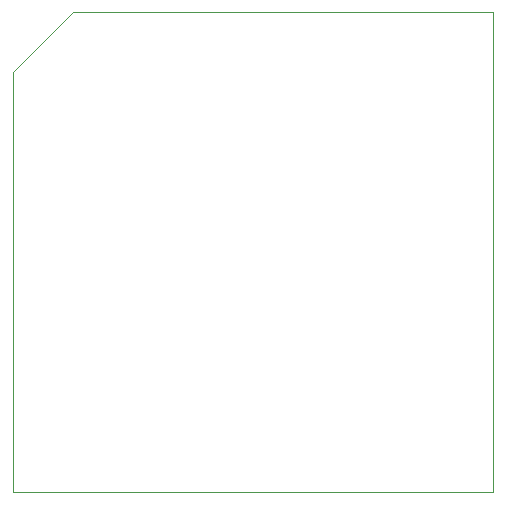
<source format=gbr>
%TF.GenerationSoftware,KiCad,Pcbnew,(6.0.5)*%
%TF.CreationDate,2022-10-26T12:34:10+09:00*%
%TF.ProjectId,AD9852,41443938-3532-42e6-9b69-6361645f7063,rev?*%
%TF.SameCoordinates,Original*%
%TF.FileFunction,Profile,NP*%
%FSLAX46Y46*%
G04 Gerber Fmt 4.6, Leading zero omitted, Abs format (unit mm)*
G04 Created by KiCad (PCBNEW (6.0.5)) date 2022-10-26 12:34:10*
%MOMM*%
%LPD*%
G01*
G04 APERTURE LIST*
%TA.AperFunction,Profile*%
%ADD10C,0.100000*%
%TD*%
G04 APERTURE END LIST*
D10*
X205740000Y-57150000D02*
X170180000Y-57150000D01*
X205740000Y-97790000D02*
X205740000Y-57150000D01*
X170180000Y-57150000D02*
X165100000Y-62230000D01*
X165100000Y-97790000D02*
X205740000Y-97790000D01*
X165100000Y-62230000D02*
X165100000Y-97790000D01*
M02*

</source>
